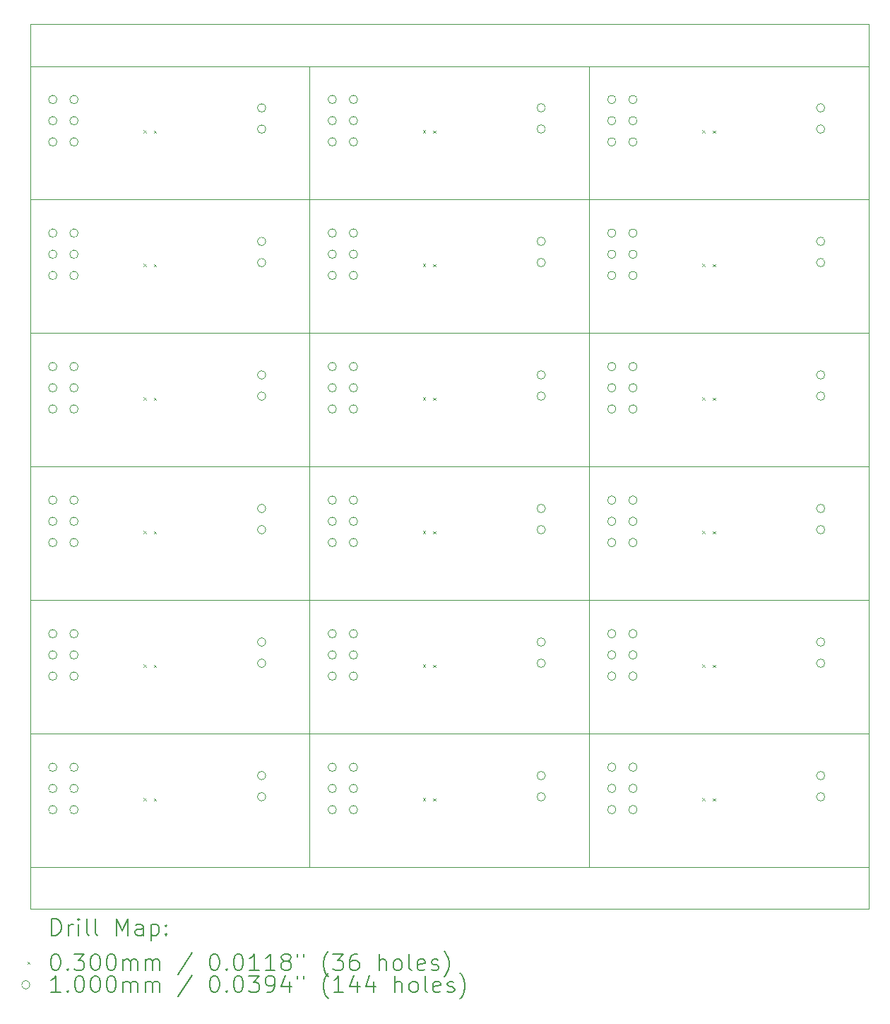
<source format=gbr>
%TF.GenerationSoftware,KiCad,Pcbnew,8.0.1*%
%TF.CreationDate,2024-04-28T15:40:54+08:00*%
%TF.ProjectId,pinban,70696e62-616e-42e6-9b69-6361645f7063,rev?*%
%TF.SameCoordinates,Original*%
%TF.FileFunction,Drillmap*%
%TF.FilePolarity,Positive*%
%FSLAX45Y45*%
G04 Gerber Fmt 4.5, Leading zero omitted, Abs format (unit mm)*
G04 Created by KiCad (PCBNEW 8.0.1) date 2024-04-28 15:40:54*
%MOMM*%
%LPD*%
G01*
G04 APERTURE LIST*
%ADD10C,0.050000*%
%ADD11C,0.200000*%
%ADD12C,0.100000*%
G04 APERTURE END LIST*
D10*
X6000000Y-12600000D02*
X16050000Y-12600000D01*
X16050000Y-13100000D01*
X6000000Y-13100000D01*
X6000000Y-12600000D01*
X6000000Y-2500000D02*
X16050000Y-2500000D01*
X16050000Y-3000000D01*
X6000000Y-3000000D01*
X6000000Y-2500000D01*
X12700000Y-11000000D02*
X16050000Y-11000000D01*
X16050000Y-12600000D01*
X12700000Y-12600000D01*
X12700000Y-11000000D01*
X9350000Y-11000000D02*
X12700000Y-11000000D01*
X12700000Y-12600000D01*
X9350000Y-12600000D01*
X9350000Y-11000000D01*
X6000000Y-11000000D02*
X9350000Y-11000000D01*
X9350000Y-12600000D01*
X6000000Y-12600000D01*
X6000000Y-11000000D01*
X12700000Y-9400000D02*
X16050000Y-9400000D01*
X16050000Y-11000000D01*
X12700000Y-11000000D01*
X12700000Y-9400000D01*
X9350000Y-9400000D02*
X12700000Y-9400000D01*
X12700000Y-11000000D01*
X9350000Y-11000000D01*
X9350000Y-9400000D01*
X6000000Y-9400000D02*
X9350000Y-9400000D01*
X9350000Y-11000000D01*
X6000000Y-11000000D01*
X6000000Y-9400000D01*
X12700000Y-7800000D02*
X16050000Y-7800000D01*
X16050000Y-9400000D01*
X12700000Y-9400000D01*
X12700000Y-7800000D01*
X9350000Y-7800000D02*
X12700000Y-7800000D01*
X12700000Y-9400000D01*
X9350000Y-9400000D01*
X9350000Y-7800000D01*
X6000000Y-7800000D02*
X9350000Y-7800000D01*
X9350000Y-9400000D01*
X6000000Y-9400000D01*
X6000000Y-7800000D01*
X12700000Y-6200000D02*
X16050000Y-6200000D01*
X16050000Y-7800000D01*
X12700000Y-7800000D01*
X12700000Y-6200000D01*
X9350000Y-6200000D02*
X12700000Y-6200000D01*
X12700000Y-7800000D01*
X9350000Y-7800000D01*
X9350000Y-6200000D01*
X6000000Y-6200000D02*
X9350000Y-6200000D01*
X9350000Y-7800000D01*
X6000000Y-7800000D01*
X6000000Y-6200000D01*
X12700000Y-4600000D02*
X16050000Y-4600000D01*
X16050000Y-6200000D01*
X12700000Y-6200000D01*
X12700000Y-4600000D01*
X9350000Y-4600000D02*
X12700000Y-4600000D01*
X12700000Y-6200000D01*
X9350000Y-6200000D01*
X9350000Y-4600000D01*
X6000000Y-4600000D02*
X9350000Y-4600000D01*
X9350000Y-6200000D01*
X6000000Y-6200000D01*
X6000000Y-4600000D01*
X12700000Y-3000000D02*
X16050000Y-3000000D01*
X16050000Y-4600000D01*
X12700000Y-4600000D01*
X12700000Y-3000000D01*
X9350000Y-3000000D02*
X12700000Y-3000000D01*
X12700000Y-4600000D01*
X9350000Y-4600000D01*
X9350000Y-3000000D01*
X6000000Y-3000000D02*
X9350000Y-3000000D01*
X9350000Y-4600000D01*
X6000000Y-4600000D01*
X6000000Y-3000000D01*
D11*
D12*
X7358327Y-3768467D02*
X7388327Y-3798467D01*
X7388327Y-3768467D02*
X7358327Y-3798467D01*
X7358327Y-5368468D02*
X7388327Y-5398468D01*
X7388327Y-5368468D02*
X7358327Y-5398468D01*
X7358327Y-6968467D02*
X7388327Y-6998467D01*
X7388327Y-6968467D02*
X7358327Y-6998467D01*
X7358327Y-8568468D02*
X7388327Y-8598468D01*
X7388327Y-8568468D02*
X7358327Y-8598468D01*
X7358327Y-10168468D02*
X7388327Y-10198468D01*
X7388327Y-10168468D02*
X7358327Y-10198468D01*
X7358327Y-11768467D02*
X7388327Y-11798467D01*
X7388327Y-11768467D02*
X7358327Y-11798467D01*
X7481678Y-3771870D02*
X7511678Y-3801870D01*
X7511678Y-3771870D02*
X7481678Y-3801870D01*
X7481678Y-5371870D02*
X7511678Y-5401870D01*
X7511678Y-5371870D02*
X7481678Y-5401870D01*
X7481678Y-6971870D02*
X7511678Y-7001870D01*
X7511678Y-6971870D02*
X7481678Y-7001870D01*
X7481678Y-8571870D02*
X7511678Y-8601870D01*
X7511678Y-8571870D02*
X7481678Y-8601870D01*
X7481678Y-10171870D02*
X7511678Y-10201870D01*
X7511678Y-10171870D02*
X7481678Y-10201870D01*
X7481678Y-11771870D02*
X7511678Y-11801870D01*
X7511678Y-11771870D02*
X7481678Y-11801870D01*
X10708327Y-3768467D02*
X10738327Y-3798467D01*
X10738327Y-3768467D02*
X10708327Y-3798467D01*
X10708327Y-5368468D02*
X10738327Y-5398468D01*
X10738327Y-5368468D02*
X10708327Y-5398468D01*
X10708327Y-6968467D02*
X10738327Y-6998467D01*
X10738327Y-6968467D02*
X10708327Y-6998467D01*
X10708327Y-8568468D02*
X10738327Y-8598468D01*
X10738327Y-8568468D02*
X10708327Y-8598468D01*
X10708327Y-10168468D02*
X10738327Y-10198468D01*
X10738327Y-10168468D02*
X10708327Y-10198468D01*
X10708327Y-11768467D02*
X10738327Y-11798467D01*
X10738327Y-11768467D02*
X10708327Y-11798467D01*
X10831678Y-3771870D02*
X10861678Y-3801870D01*
X10861678Y-3771870D02*
X10831678Y-3801870D01*
X10831678Y-5371870D02*
X10861678Y-5401870D01*
X10861678Y-5371870D02*
X10831678Y-5401870D01*
X10831678Y-6971870D02*
X10861678Y-7001870D01*
X10861678Y-6971870D02*
X10831678Y-7001870D01*
X10831678Y-8571870D02*
X10861678Y-8601870D01*
X10861678Y-8571870D02*
X10831678Y-8601870D01*
X10831678Y-10171870D02*
X10861678Y-10201870D01*
X10861678Y-10171870D02*
X10831678Y-10201870D01*
X10831678Y-11771870D02*
X10861678Y-11801870D01*
X10861678Y-11771870D02*
X10831678Y-11801870D01*
X14058327Y-3768467D02*
X14088327Y-3798467D01*
X14088327Y-3768467D02*
X14058327Y-3798467D01*
X14058327Y-5368468D02*
X14088327Y-5398468D01*
X14088327Y-5368468D02*
X14058327Y-5398468D01*
X14058327Y-6968467D02*
X14088327Y-6998467D01*
X14088327Y-6968467D02*
X14058327Y-6998467D01*
X14058327Y-8568468D02*
X14088327Y-8598468D01*
X14088327Y-8568468D02*
X14058327Y-8598468D01*
X14058327Y-10168468D02*
X14088327Y-10198468D01*
X14088327Y-10168468D02*
X14058327Y-10198468D01*
X14058327Y-11768467D02*
X14088327Y-11798467D01*
X14088327Y-11768467D02*
X14058327Y-11798467D01*
X14181678Y-3771870D02*
X14211678Y-3801870D01*
X14211678Y-3771870D02*
X14181678Y-3801870D01*
X14181678Y-5371870D02*
X14211678Y-5401870D01*
X14211678Y-5371870D02*
X14181678Y-5401870D01*
X14181678Y-6971870D02*
X14211678Y-7001870D01*
X14211678Y-6971870D02*
X14181678Y-7001870D01*
X14181678Y-8571870D02*
X14211678Y-8601870D01*
X14211678Y-8571870D02*
X14181678Y-8601870D01*
X14181678Y-10171870D02*
X14211678Y-10201870D01*
X14211678Y-10171870D02*
X14181678Y-10201870D01*
X14181678Y-11771870D02*
X14211678Y-11801870D01*
X14211678Y-11771870D02*
X14181678Y-11801870D01*
X6321000Y-3400000D02*
G75*
G02*
X6221000Y-3400000I-50000J0D01*
G01*
X6221000Y-3400000D02*
G75*
G02*
X6321000Y-3400000I50000J0D01*
G01*
X6321000Y-3654000D02*
G75*
G02*
X6221000Y-3654000I-50000J0D01*
G01*
X6221000Y-3654000D02*
G75*
G02*
X6321000Y-3654000I50000J0D01*
G01*
X6321000Y-3908000D02*
G75*
G02*
X6221000Y-3908000I-50000J0D01*
G01*
X6221000Y-3908000D02*
G75*
G02*
X6321000Y-3908000I50000J0D01*
G01*
X6321000Y-5000000D02*
G75*
G02*
X6221000Y-5000000I-50000J0D01*
G01*
X6221000Y-5000000D02*
G75*
G02*
X6321000Y-5000000I50000J0D01*
G01*
X6321000Y-5254000D02*
G75*
G02*
X6221000Y-5254000I-50000J0D01*
G01*
X6221000Y-5254000D02*
G75*
G02*
X6321000Y-5254000I50000J0D01*
G01*
X6321000Y-5508000D02*
G75*
G02*
X6221000Y-5508000I-50000J0D01*
G01*
X6221000Y-5508000D02*
G75*
G02*
X6321000Y-5508000I50000J0D01*
G01*
X6321000Y-6600000D02*
G75*
G02*
X6221000Y-6600000I-50000J0D01*
G01*
X6221000Y-6600000D02*
G75*
G02*
X6321000Y-6600000I50000J0D01*
G01*
X6321000Y-6854000D02*
G75*
G02*
X6221000Y-6854000I-50000J0D01*
G01*
X6221000Y-6854000D02*
G75*
G02*
X6321000Y-6854000I50000J0D01*
G01*
X6321000Y-7108000D02*
G75*
G02*
X6221000Y-7108000I-50000J0D01*
G01*
X6221000Y-7108000D02*
G75*
G02*
X6321000Y-7108000I50000J0D01*
G01*
X6321000Y-8200000D02*
G75*
G02*
X6221000Y-8200000I-50000J0D01*
G01*
X6221000Y-8200000D02*
G75*
G02*
X6321000Y-8200000I50000J0D01*
G01*
X6321000Y-8454000D02*
G75*
G02*
X6221000Y-8454000I-50000J0D01*
G01*
X6221000Y-8454000D02*
G75*
G02*
X6321000Y-8454000I50000J0D01*
G01*
X6321000Y-8708000D02*
G75*
G02*
X6221000Y-8708000I-50000J0D01*
G01*
X6221000Y-8708000D02*
G75*
G02*
X6321000Y-8708000I50000J0D01*
G01*
X6321000Y-9800000D02*
G75*
G02*
X6221000Y-9800000I-50000J0D01*
G01*
X6221000Y-9800000D02*
G75*
G02*
X6321000Y-9800000I50000J0D01*
G01*
X6321000Y-10054000D02*
G75*
G02*
X6221000Y-10054000I-50000J0D01*
G01*
X6221000Y-10054000D02*
G75*
G02*
X6321000Y-10054000I50000J0D01*
G01*
X6321000Y-10308000D02*
G75*
G02*
X6221000Y-10308000I-50000J0D01*
G01*
X6221000Y-10308000D02*
G75*
G02*
X6321000Y-10308000I50000J0D01*
G01*
X6321000Y-11400000D02*
G75*
G02*
X6221000Y-11400000I-50000J0D01*
G01*
X6221000Y-11400000D02*
G75*
G02*
X6321000Y-11400000I50000J0D01*
G01*
X6321000Y-11654000D02*
G75*
G02*
X6221000Y-11654000I-50000J0D01*
G01*
X6221000Y-11654000D02*
G75*
G02*
X6321000Y-11654000I50000J0D01*
G01*
X6321000Y-11908000D02*
G75*
G02*
X6221000Y-11908000I-50000J0D01*
G01*
X6221000Y-11908000D02*
G75*
G02*
X6321000Y-11908000I50000J0D01*
G01*
X6575000Y-3400000D02*
G75*
G02*
X6475000Y-3400000I-50000J0D01*
G01*
X6475000Y-3400000D02*
G75*
G02*
X6575000Y-3400000I50000J0D01*
G01*
X6575000Y-3654000D02*
G75*
G02*
X6475000Y-3654000I-50000J0D01*
G01*
X6475000Y-3654000D02*
G75*
G02*
X6575000Y-3654000I50000J0D01*
G01*
X6575000Y-3908000D02*
G75*
G02*
X6475000Y-3908000I-50000J0D01*
G01*
X6475000Y-3908000D02*
G75*
G02*
X6575000Y-3908000I50000J0D01*
G01*
X6575000Y-5000000D02*
G75*
G02*
X6475000Y-5000000I-50000J0D01*
G01*
X6475000Y-5000000D02*
G75*
G02*
X6575000Y-5000000I50000J0D01*
G01*
X6575000Y-5254000D02*
G75*
G02*
X6475000Y-5254000I-50000J0D01*
G01*
X6475000Y-5254000D02*
G75*
G02*
X6575000Y-5254000I50000J0D01*
G01*
X6575000Y-5508000D02*
G75*
G02*
X6475000Y-5508000I-50000J0D01*
G01*
X6475000Y-5508000D02*
G75*
G02*
X6575000Y-5508000I50000J0D01*
G01*
X6575000Y-6600000D02*
G75*
G02*
X6475000Y-6600000I-50000J0D01*
G01*
X6475000Y-6600000D02*
G75*
G02*
X6575000Y-6600000I50000J0D01*
G01*
X6575000Y-6854000D02*
G75*
G02*
X6475000Y-6854000I-50000J0D01*
G01*
X6475000Y-6854000D02*
G75*
G02*
X6575000Y-6854000I50000J0D01*
G01*
X6575000Y-7108000D02*
G75*
G02*
X6475000Y-7108000I-50000J0D01*
G01*
X6475000Y-7108000D02*
G75*
G02*
X6575000Y-7108000I50000J0D01*
G01*
X6575000Y-8200000D02*
G75*
G02*
X6475000Y-8200000I-50000J0D01*
G01*
X6475000Y-8200000D02*
G75*
G02*
X6575000Y-8200000I50000J0D01*
G01*
X6575000Y-8454000D02*
G75*
G02*
X6475000Y-8454000I-50000J0D01*
G01*
X6475000Y-8454000D02*
G75*
G02*
X6575000Y-8454000I50000J0D01*
G01*
X6575000Y-8708000D02*
G75*
G02*
X6475000Y-8708000I-50000J0D01*
G01*
X6475000Y-8708000D02*
G75*
G02*
X6575000Y-8708000I50000J0D01*
G01*
X6575000Y-9800000D02*
G75*
G02*
X6475000Y-9800000I-50000J0D01*
G01*
X6475000Y-9800000D02*
G75*
G02*
X6575000Y-9800000I50000J0D01*
G01*
X6575000Y-10054000D02*
G75*
G02*
X6475000Y-10054000I-50000J0D01*
G01*
X6475000Y-10054000D02*
G75*
G02*
X6575000Y-10054000I50000J0D01*
G01*
X6575000Y-10308000D02*
G75*
G02*
X6475000Y-10308000I-50000J0D01*
G01*
X6475000Y-10308000D02*
G75*
G02*
X6575000Y-10308000I50000J0D01*
G01*
X6575000Y-11400000D02*
G75*
G02*
X6475000Y-11400000I-50000J0D01*
G01*
X6475000Y-11400000D02*
G75*
G02*
X6575000Y-11400000I50000J0D01*
G01*
X6575000Y-11654000D02*
G75*
G02*
X6475000Y-11654000I-50000J0D01*
G01*
X6475000Y-11654000D02*
G75*
G02*
X6575000Y-11654000I50000J0D01*
G01*
X6575000Y-11908000D02*
G75*
G02*
X6475000Y-11908000I-50000J0D01*
G01*
X6475000Y-11908000D02*
G75*
G02*
X6575000Y-11908000I50000J0D01*
G01*
X8825000Y-3500000D02*
G75*
G02*
X8725000Y-3500000I-50000J0D01*
G01*
X8725000Y-3500000D02*
G75*
G02*
X8825000Y-3500000I50000J0D01*
G01*
X8825000Y-3754000D02*
G75*
G02*
X8725000Y-3754000I-50000J0D01*
G01*
X8725000Y-3754000D02*
G75*
G02*
X8825000Y-3754000I50000J0D01*
G01*
X8825000Y-5100000D02*
G75*
G02*
X8725000Y-5100000I-50000J0D01*
G01*
X8725000Y-5100000D02*
G75*
G02*
X8825000Y-5100000I50000J0D01*
G01*
X8825000Y-5354000D02*
G75*
G02*
X8725000Y-5354000I-50000J0D01*
G01*
X8725000Y-5354000D02*
G75*
G02*
X8825000Y-5354000I50000J0D01*
G01*
X8825000Y-6700000D02*
G75*
G02*
X8725000Y-6700000I-50000J0D01*
G01*
X8725000Y-6700000D02*
G75*
G02*
X8825000Y-6700000I50000J0D01*
G01*
X8825000Y-6954000D02*
G75*
G02*
X8725000Y-6954000I-50000J0D01*
G01*
X8725000Y-6954000D02*
G75*
G02*
X8825000Y-6954000I50000J0D01*
G01*
X8825000Y-8300000D02*
G75*
G02*
X8725000Y-8300000I-50000J0D01*
G01*
X8725000Y-8300000D02*
G75*
G02*
X8825000Y-8300000I50000J0D01*
G01*
X8825000Y-8554000D02*
G75*
G02*
X8725000Y-8554000I-50000J0D01*
G01*
X8725000Y-8554000D02*
G75*
G02*
X8825000Y-8554000I50000J0D01*
G01*
X8825000Y-9900000D02*
G75*
G02*
X8725000Y-9900000I-50000J0D01*
G01*
X8725000Y-9900000D02*
G75*
G02*
X8825000Y-9900000I50000J0D01*
G01*
X8825000Y-10154000D02*
G75*
G02*
X8725000Y-10154000I-50000J0D01*
G01*
X8725000Y-10154000D02*
G75*
G02*
X8825000Y-10154000I50000J0D01*
G01*
X8825000Y-11500000D02*
G75*
G02*
X8725000Y-11500000I-50000J0D01*
G01*
X8725000Y-11500000D02*
G75*
G02*
X8825000Y-11500000I50000J0D01*
G01*
X8825000Y-11754000D02*
G75*
G02*
X8725000Y-11754000I-50000J0D01*
G01*
X8725000Y-11754000D02*
G75*
G02*
X8825000Y-11754000I50000J0D01*
G01*
X9671000Y-3400000D02*
G75*
G02*
X9571000Y-3400000I-50000J0D01*
G01*
X9571000Y-3400000D02*
G75*
G02*
X9671000Y-3400000I50000J0D01*
G01*
X9671000Y-3654000D02*
G75*
G02*
X9571000Y-3654000I-50000J0D01*
G01*
X9571000Y-3654000D02*
G75*
G02*
X9671000Y-3654000I50000J0D01*
G01*
X9671000Y-3908000D02*
G75*
G02*
X9571000Y-3908000I-50000J0D01*
G01*
X9571000Y-3908000D02*
G75*
G02*
X9671000Y-3908000I50000J0D01*
G01*
X9671000Y-5000000D02*
G75*
G02*
X9571000Y-5000000I-50000J0D01*
G01*
X9571000Y-5000000D02*
G75*
G02*
X9671000Y-5000000I50000J0D01*
G01*
X9671000Y-5254000D02*
G75*
G02*
X9571000Y-5254000I-50000J0D01*
G01*
X9571000Y-5254000D02*
G75*
G02*
X9671000Y-5254000I50000J0D01*
G01*
X9671000Y-5508000D02*
G75*
G02*
X9571000Y-5508000I-50000J0D01*
G01*
X9571000Y-5508000D02*
G75*
G02*
X9671000Y-5508000I50000J0D01*
G01*
X9671000Y-6600000D02*
G75*
G02*
X9571000Y-6600000I-50000J0D01*
G01*
X9571000Y-6600000D02*
G75*
G02*
X9671000Y-6600000I50000J0D01*
G01*
X9671000Y-6854000D02*
G75*
G02*
X9571000Y-6854000I-50000J0D01*
G01*
X9571000Y-6854000D02*
G75*
G02*
X9671000Y-6854000I50000J0D01*
G01*
X9671000Y-7108000D02*
G75*
G02*
X9571000Y-7108000I-50000J0D01*
G01*
X9571000Y-7108000D02*
G75*
G02*
X9671000Y-7108000I50000J0D01*
G01*
X9671000Y-8200000D02*
G75*
G02*
X9571000Y-8200000I-50000J0D01*
G01*
X9571000Y-8200000D02*
G75*
G02*
X9671000Y-8200000I50000J0D01*
G01*
X9671000Y-8454000D02*
G75*
G02*
X9571000Y-8454000I-50000J0D01*
G01*
X9571000Y-8454000D02*
G75*
G02*
X9671000Y-8454000I50000J0D01*
G01*
X9671000Y-8708000D02*
G75*
G02*
X9571000Y-8708000I-50000J0D01*
G01*
X9571000Y-8708000D02*
G75*
G02*
X9671000Y-8708000I50000J0D01*
G01*
X9671000Y-9800000D02*
G75*
G02*
X9571000Y-9800000I-50000J0D01*
G01*
X9571000Y-9800000D02*
G75*
G02*
X9671000Y-9800000I50000J0D01*
G01*
X9671000Y-10054000D02*
G75*
G02*
X9571000Y-10054000I-50000J0D01*
G01*
X9571000Y-10054000D02*
G75*
G02*
X9671000Y-10054000I50000J0D01*
G01*
X9671000Y-10308000D02*
G75*
G02*
X9571000Y-10308000I-50000J0D01*
G01*
X9571000Y-10308000D02*
G75*
G02*
X9671000Y-10308000I50000J0D01*
G01*
X9671000Y-11400000D02*
G75*
G02*
X9571000Y-11400000I-50000J0D01*
G01*
X9571000Y-11400000D02*
G75*
G02*
X9671000Y-11400000I50000J0D01*
G01*
X9671000Y-11654000D02*
G75*
G02*
X9571000Y-11654000I-50000J0D01*
G01*
X9571000Y-11654000D02*
G75*
G02*
X9671000Y-11654000I50000J0D01*
G01*
X9671000Y-11908000D02*
G75*
G02*
X9571000Y-11908000I-50000J0D01*
G01*
X9571000Y-11908000D02*
G75*
G02*
X9671000Y-11908000I50000J0D01*
G01*
X9925000Y-3400000D02*
G75*
G02*
X9825000Y-3400000I-50000J0D01*
G01*
X9825000Y-3400000D02*
G75*
G02*
X9925000Y-3400000I50000J0D01*
G01*
X9925000Y-3654000D02*
G75*
G02*
X9825000Y-3654000I-50000J0D01*
G01*
X9825000Y-3654000D02*
G75*
G02*
X9925000Y-3654000I50000J0D01*
G01*
X9925000Y-3908000D02*
G75*
G02*
X9825000Y-3908000I-50000J0D01*
G01*
X9825000Y-3908000D02*
G75*
G02*
X9925000Y-3908000I50000J0D01*
G01*
X9925000Y-5000000D02*
G75*
G02*
X9825000Y-5000000I-50000J0D01*
G01*
X9825000Y-5000000D02*
G75*
G02*
X9925000Y-5000000I50000J0D01*
G01*
X9925000Y-5254000D02*
G75*
G02*
X9825000Y-5254000I-50000J0D01*
G01*
X9825000Y-5254000D02*
G75*
G02*
X9925000Y-5254000I50000J0D01*
G01*
X9925000Y-5508000D02*
G75*
G02*
X9825000Y-5508000I-50000J0D01*
G01*
X9825000Y-5508000D02*
G75*
G02*
X9925000Y-5508000I50000J0D01*
G01*
X9925000Y-6600000D02*
G75*
G02*
X9825000Y-6600000I-50000J0D01*
G01*
X9825000Y-6600000D02*
G75*
G02*
X9925000Y-6600000I50000J0D01*
G01*
X9925000Y-6854000D02*
G75*
G02*
X9825000Y-6854000I-50000J0D01*
G01*
X9825000Y-6854000D02*
G75*
G02*
X9925000Y-6854000I50000J0D01*
G01*
X9925000Y-7108000D02*
G75*
G02*
X9825000Y-7108000I-50000J0D01*
G01*
X9825000Y-7108000D02*
G75*
G02*
X9925000Y-7108000I50000J0D01*
G01*
X9925000Y-8200000D02*
G75*
G02*
X9825000Y-8200000I-50000J0D01*
G01*
X9825000Y-8200000D02*
G75*
G02*
X9925000Y-8200000I50000J0D01*
G01*
X9925000Y-8454000D02*
G75*
G02*
X9825000Y-8454000I-50000J0D01*
G01*
X9825000Y-8454000D02*
G75*
G02*
X9925000Y-8454000I50000J0D01*
G01*
X9925000Y-8708000D02*
G75*
G02*
X9825000Y-8708000I-50000J0D01*
G01*
X9825000Y-8708000D02*
G75*
G02*
X9925000Y-8708000I50000J0D01*
G01*
X9925000Y-9800000D02*
G75*
G02*
X9825000Y-9800000I-50000J0D01*
G01*
X9825000Y-9800000D02*
G75*
G02*
X9925000Y-9800000I50000J0D01*
G01*
X9925000Y-10054000D02*
G75*
G02*
X9825000Y-10054000I-50000J0D01*
G01*
X9825000Y-10054000D02*
G75*
G02*
X9925000Y-10054000I50000J0D01*
G01*
X9925000Y-10308000D02*
G75*
G02*
X9825000Y-10308000I-50000J0D01*
G01*
X9825000Y-10308000D02*
G75*
G02*
X9925000Y-10308000I50000J0D01*
G01*
X9925000Y-11400000D02*
G75*
G02*
X9825000Y-11400000I-50000J0D01*
G01*
X9825000Y-11400000D02*
G75*
G02*
X9925000Y-11400000I50000J0D01*
G01*
X9925000Y-11654000D02*
G75*
G02*
X9825000Y-11654000I-50000J0D01*
G01*
X9825000Y-11654000D02*
G75*
G02*
X9925000Y-11654000I50000J0D01*
G01*
X9925000Y-11908000D02*
G75*
G02*
X9825000Y-11908000I-50000J0D01*
G01*
X9825000Y-11908000D02*
G75*
G02*
X9925000Y-11908000I50000J0D01*
G01*
X12175000Y-3500000D02*
G75*
G02*
X12075000Y-3500000I-50000J0D01*
G01*
X12075000Y-3500000D02*
G75*
G02*
X12175000Y-3500000I50000J0D01*
G01*
X12175000Y-3754000D02*
G75*
G02*
X12075000Y-3754000I-50000J0D01*
G01*
X12075000Y-3754000D02*
G75*
G02*
X12175000Y-3754000I50000J0D01*
G01*
X12175000Y-5100000D02*
G75*
G02*
X12075000Y-5100000I-50000J0D01*
G01*
X12075000Y-5100000D02*
G75*
G02*
X12175000Y-5100000I50000J0D01*
G01*
X12175000Y-5354000D02*
G75*
G02*
X12075000Y-5354000I-50000J0D01*
G01*
X12075000Y-5354000D02*
G75*
G02*
X12175000Y-5354000I50000J0D01*
G01*
X12175000Y-6700000D02*
G75*
G02*
X12075000Y-6700000I-50000J0D01*
G01*
X12075000Y-6700000D02*
G75*
G02*
X12175000Y-6700000I50000J0D01*
G01*
X12175000Y-6954000D02*
G75*
G02*
X12075000Y-6954000I-50000J0D01*
G01*
X12075000Y-6954000D02*
G75*
G02*
X12175000Y-6954000I50000J0D01*
G01*
X12175000Y-8300000D02*
G75*
G02*
X12075000Y-8300000I-50000J0D01*
G01*
X12075000Y-8300000D02*
G75*
G02*
X12175000Y-8300000I50000J0D01*
G01*
X12175000Y-8554000D02*
G75*
G02*
X12075000Y-8554000I-50000J0D01*
G01*
X12075000Y-8554000D02*
G75*
G02*
X12175000Y-8554000I50000J0D01*
G01*
X12175000Y-9900000D02*
G75*
G02*
X12075000Y-9900000I-50000J0D01*
G01*
X12075000Y-9900000D02*
G75*
G02*
X12175000Y-9900000I50000J0D01*
G01*
X12175000Y-10154000D02*
G75*
G02*
X12075000Y-10154000I-50000J0D01*
G01*
X12075000Y-10154000D02*
G75*
G02*
X12175000Y-10154000I50000J0D01*
G01*
X12175000Y-11500000D02*
G75*
G02*
X12075000Y-11500000I-50000J0D01*
G01*
X12075000Y-11500000D02*
G75*
G02*
X12175000Y-11500000I50000J0D01*
G01*
X12175000Y-11754000D02*
G75*
G02*
X12075000Y-11754000I-50000J0D01*
G01*
X12075000Y-11754000D02*
G75*
G02*
X12175000Y-11754000I50000J0D01*
G01*
X13021000Y-3400000D02*
G75*
G02*
X12921000Y-3400000I-50000J0D01*
G01*
X12921000Y-3400000D02*
G75*
G02*
X13021000Y-3400000I50000J0D01*
G01*
X13021000Y-3654000D02*
G75*
G02*
X12921000Y-3654000I-50000J0D01*
G01*
X12921000Y-3654000D02*
G75*
G02*
X13021000Y-3654000I50000J0D01*
G01*
X13021000Y-3908000D02*
G75*
G02*
X12921000Y-3908000I-50000J0D01*
G01*
X12921000Y-3908000D02*
G75*
G02*
X13021000Y-3908000I50000J0D01*
G01*
X13021000Y-5000000D02*
G75*
G02*
X12921000Y-5000000I-50000J0D01*
G01*
X12921000Y-5000000D02*
G75*
G02*
X13021000Y-5000000I50000J0D01*
G01*
X13021000Y-5254000D02*
G75*
G02*
X12921000Y-5254000I-50000J0D01*
G01*
X12921000Y-5254000D02*
G75*
G02*
X13021000Y-5254000I50000J0D01*
G01*
X13021000Y-5508000D02*
G75*
G02*
X12921000Y-5508000I-50000J0D01*
G01*
X12921000Y-5508000D02*
G75*
G02*
X13021000Y-5508000I50000J0D01*
G01*
X13021000Y-6600000D02*
G75*
G02*
X12921000Y-6600000I-50000J0D01*
G01*
X12921000Y-6600000D02*
G75*
G02*
X13021000Y-6600000I50000J0D01*
G01*
X13021000Y-6854000D02*
G75*
G02*
X12921000Y-6854000I-50000J0D01*
G01*
X12921000Y-6854000D02*
G75*
G02*
X13021000Y-6854000I50000J0D01*
G01*
X13021000Y-7108000D02*
G75*
G02*
X12921000Y-7108000I-50000J0D01*
G01*
X12921000Y-7108000D02*
G75*
G02*
X13021000Y-7108000I50000J0D01*
G01*
X13021000Y-8200000D02*
G75*
G02*
X12921000Y-8200000I-50000J0D01*
G01*
X12921000Y-8200000D02*
G75*
G02*
X13021000Y-8200000I50000J0D01*
G01*
X13021000Y-8454000D02*
G75*
G02*
X12921000Y-8454000I-50000J0D01*
G01*
X12921000Y-8454000D02*
G75*
G02*
X13021000Y-8454000I50000J0D01*
G01*
X13021000Y-8708000D02*
G75*
G02*
X12921000Y-8708000I-50000J0D01*
G01*
X12921000Y-8708000D02*
G75*
G02*
X13021000Y-8708000I50000J0D01*
G01*
X13021000Y-9800000D02*
G75*
G02*
X12921000Y-9800000I-50000J0D01*
G01*
X12921000Y-9800000D02*
G75*
G02*
X13021000Y-9800000I50000J0D01*
G01*
X13021000Y-10054000D02*
G75*
G02*
X12921000Y-10054000I-50000J0D01*
G01*
X12921000Y-10054000D02*
G75*
G02*
X13021000Y-10054000I50000J0D01*
G01*
X13021000Y-10308000D02*
G75*
G02*
X12921000Y-10308000I-50000J0D01*
G01*
X12921000Y-10308000D02*
G75*
G02*
X13021000Y-10308000I50000J0D01*
G01*
X13021000Y-11400000D02*
G75*
G02*
X12921000Y-11400000I-50000J0D01*
G01*
X12921000Y-11400000D02*
G75*
G02*
X13021000Y-11400000I50000J0D01*
G01*
X13021000Y-11654000D02*
G75*
G02*
X12921000Y-11654000I-50000J0D01*
G01*
X12921000Y-11654000D02*
G75*
G02*
X13021000Y-11654000I50000J0D01*
G01*
X13021000Y-11908000D02*
G75*
G02*
X12921000Y-11908000I-50000J0D01*
G01*
X12921000Y-11908000D02*
G75*
G02*
X13021000Y-11908000I50000J0D01*
G01*
X13275000Y-3400000D02*
G75*
G02*
X13175000Y-3400000I-50000J0D01*
G01*
X13175000Y-3400000D02*
G75*
G02*
X13275000Y-3400000I50000J0D01*
G01*
X13275000Y-3654000D02*
G75*
G02*
X13175000Y-3654000I-50000J0D01*
G01*
X13175000Y-3654000D02*
G75*
G02*
X13275000Y-3654000I50000J0D01*
G01*
X13275000Y-3908000D02*
G75*
G02*
X13175000Y-3908000I-50000J0D01*
G01*
X13175000Y-3908000D02*
G75*
G02*
X13275000Y-3908000I50000J0D01*
G01*
X13275000Y-5000000D02*
G75*
G02*
X13175000Y-5000000I-50000J0D01*
G01*
X13175000Y-5000000D02*
G75*
G02*
X13275000Y-5000000I50000J0D01*
G01*
X13275000Y-5254000D02*
G75*
G02*
X13175000Y-5254000I-50000J0D01*
G01*
X13175000Y-5254000D02*
G75*
G02*
X13275000Y-5254000I50000J0D01*
G01*
X13275000Y-5508000D02*
G75*
G02*
X13175000Y-5508000I-50000J0D01*
G01*
X13175000Y-5508000D02*
G75*
G02*
X13275000Y-5508000I50000J0D01*
G01*
X13275000Y-6600000D02*
G75*
G02*
X13175000Y-6600000I-50000J0D01*
G01*
X13175000Y-6600000D02*
G75*
G02*
X13275000Y-6600000I50000J0D01*
G01*
X13275000Y-6854000D02*
G75*
G02*
X13175000Y-6854000I-50000J0D01*
G01*
X13175000Y-6854000D02*
G75*
G02*
X13275000Y-6854000I50000J0D01*
G01*
X13275000Y-7108000D02*
G75*
G02*
X13175000Y-7108000I-50000J0D01*
G01*
X13175000Y-7108000D02*
G75*
G02*
X13275000Y-7108000I50000J0D01*
G01*
X13275000Y-8200000D02*
G75*
G02*
X13175000Y-8200000I-50000J0D01*
G01*
X13175000Y-8200000D02*
G75*
G02*
X13275000Y-8200000I50000J0D01*
G01*
X13275000Y-8454000D02*
G75*
G02*
X13175000Y-8454000I-50000J0D01*
G01*
X13175000Y-8454000D02*
G75*
G02*
X13275000Y-8454000I50000J0D01*
G01*
X13275000Y-8708000D02*
G75*
G02*
X13175000Y-8708000I-50000J0D01*
G01*
X13175000Y-8708000D02*
G75*
G02*
X13275000Y-8708000I50000J0D01*
G01*
X13275000Y-9800000D02*
G75*
G02*
X13175000Y-9800000I-50000J0D01*
G01*
X13175000Y-9800000D02*
G75*
G02*
X13275000Y-9800000I50000J0D01*
G01*
X13275000Y-10054000D02*
G75*
G02*
X13175000Y-10054000I-50000J0D01*
G01*
X13175000Y-10054000D02*
G75*
G02*
X13275000Y-10054000I50000J0D01*
G01*
X13275000Y-10308000D02*
G75*
G02*
X13175000Y-10308000I-50000J0D01*
G01*
X13175000Y-10308000D02*
G75*
G02*
X13275000Y-10308000I50000J0D01*
G01*
X13275000Y-11400000D02*
G75*
G02*
X13175000Y-11400000I-50000J0D01*
G01*
X13175000Y-11400000D02*
G75*
G02*
X13275000Y-11400000I50000J0D01*
G01*
X13275000Y-11654000D02*
G75*
G02*
X13175000Y-11654000I-50000J0D01*
G01*
X13175000Y-11654000D02*
G75*
G02*
X13275000Y-11654000I50000J0D01*
G01*
X13275000Y-11908000D02*
G75*
G02*
X13175000Y-11908000I-50000J0D01*
G01*
X13175000Y-11908000D02*
G75*
G02*
X13275000Y-11908000I50000J0D01*
G01*
X15525000Y-3500000D02*
G75*
G02*
X15425000Y-3500000I-50000J0D01*
G01*
X15425000Y-3500000D02*
G75*
G02*
X15525000Y-3500000I50000J0D01*
G01*
X15525000Y-3754000D02*
G75*
G02*
X15425000Y-3754000I-50000J0D01*
G01*
X15425000Y-3754000D02*
G75*
G02*
X15525000Y-3754000I50000J0D01*
G01*
X15525000Y-5100000D02*
G75*
G02*
X15425000Y-5100000I-50000J0D01*
G01*
X15425000Y-5100000D02*
G75*
G02*
X15525000Y-5100000I50000J0D01*
G01*
X15525000Y-5354000D02*
G75*
G02*
X15425000Y-5354000I-50000J0D01*
G01*
X15425000Y-5354000D02*
G75*
G02*
X15525000Y-5354000I50000J0D01*
G01*
X15525000Y-6700000D02*
G75*
G02*
X15425000Y-6700000I-50000J0D01*
G01*
X15425000Y-6700000D02*
G75*
G02*
X15525000Y-6700000I50000J0D01*
G01*
X15525000Y-6954000D02*
G75*
G02*
X15425000Y-6954000I-50000J0D01*
G01*
X15425000Y-6954000D02*
G75*
G02*
X15525000Y-6954000I50000J0D01*
G01*
X15525000Y-8300000D02*
G75*
G02*
X15425000Y-8300000I-50000J0D01*
G01*
X15425000Y-8300000D02*
G75*
G02*
X15525000Y-8300000I50000J0D01*
G01*
X15525000Y-8554000D02*
G75*
G02*
X15425000Y-8554000I-50000J0D01*
G01*
X15425000Y-8554000D02*
G75*
G02*
X15525000Y-8554000I50000J0D01*
G01*
X15525000Y-9900000D02*
G75*
G02*
X15425000Y-9900000I-50000J0D01*
G01*
X15425000Y-9900000D02*
G75*
G02*
X15525000Y-9900000I50000J0D01*
G01*
X15525000Y-10154000D02*
G75*
G02*
X15425000Y-10154000I-50000J0D01*
G01*
X15425000Y-10154000D02*
G75*
G02*
X15525000Y-10154000I50000J0D01*
G01*
X15525000Y-11500000D02*
G75*
G02*
X15425000Y-11500000I-50000J0D01*
G01*
X15425000Y-11500000D02*
G75*
G02*
X15525000Y-11500000I50000J0D01*
G01*
X15525000Y-11754000D02*
G75*
G02*
X15425000Y-11754000I-50000J0D01*
G01*
X15425000Y-11754000D02*
G75*
G02*
X15525000Y-11754000I50000J0D01*
G01*
D11*
X6258277Y-13413984D02*
X6258277Y-13213984D01*
X6258277Y-13213984D02*
X6305896Y-13213984D01*
X6305896Y-13213984D02*
X6334467Y-13223508D01*
X6334467Y-13223508D02*
X6353515Y-13242555D01*
X6353515Y-13242555D02*
X6363039Y-13261603D01*
X6363039Y-13261603D02*
X6372562Y-13299698D01*
X6372562Y-13299698D02*
X6372562Y-13328269D01*
X6372562Y-13328269D02*
X6363039Y-13366365D01*
X6363039Y-13366365D02*
X6353515Y-13385412D01*
X6353515Y-13385412D02*
X6334467Y-13404460D01*
X6334467Y-13404460D02*
X6305896Y-13413984D01*
X6305896Y-13413984D02*
X6258277Y-13413984D01*
X6458277Y-13413984D02*
X6458277Y-13280650D01*
X6458277Y-13318746D02*
X6467801Y-13299698D01*
X6467801Y-13299698D02*
X6477324Y-13290174D01*
X6477324Y-13290174D02*
X6496372Y-13280650D01*
X6496372Y-13280650D02*
X6515420Y-13280650D01*
X6582086Y-13413984D02*
X6582086Y-13280650D01*
X6582086Y-13213984D02*
X6572562Y-13223508D01*
X6572562Y-13223508D02*
X6582086Y-13233031D01*
X6582086Y-13233031D02*
X6591610Y-13223508D01*
X6591610Y-13223508D02*
X6582086Y-13213984D01*
X6582086Y-13213984D02*
X6582086Y-13233031D01*
X6705896Y-13413984D02*
X6686848Y-13404460D01*
X6686848Y-13404460D02*
X6677324Y-13385412D01*
X6677324Y-13385412D02*
X6677324Y-13213984D01*
X6810658Y-13413984D02*
X6791610Y-13404460D01*
X6791610Y-13404460D02*
X6782086Y-13385412D01*
X6782086Y-13385412D02*
X6782086Y-13213984D01*
X7039229Y-13413984D02*
X7039229Y-13213984D01*
X7039229Y-13213984D02*
X7105896Y-13356841D01*
X7105896Y-13356841D02*
X7172562Y-13213984D01*
X7172562Y-13213984D02*
X7172562Y-13413984D01*
X7353515Y-13413984D02*
X7353515Y-13309222D01*
X7353515Y-13309222D02*
X7343991Y-13290174D01*
X7343991Y-13290174D02*
X7324943Y-13280650D01*
X7324943Y-13280650D02*
X7286848Y-13280650D01*
X7286848Y-13280650D02*
X7267801Y-13290174D01*
X7353515Y-13404460D02*
X7334467Y-13413984D01*
X7334467Y-13413984D02*
X7286848Y-13413984D01*
X7286848Y-13413984D02*
X7267801Y-13404460D01*
X7267801Y-13404460D02*
X7258277Y-13385412D01*
X7258277Y-13385412D02*
X7258277Y-13366365D01*
X7258277Y-13366365D02*
X7267801Y-13347317D01*
X7267801Y-13347317D02*
X7286848Y-13337793D01*
X7286848Y-13337793D02*
X7334467Y-13337793D01*
X7334467Y-13337793D02*
X7353515Y-13328269D01*
X7448753Y-13280650D02*
X7448753Y-13480650D01*
X7448753Y-13290174D02*
X7467801Y-13280650D01*
X7467801Y-13280650D02*
X7505896Y-13280650D01*
X7505896Y-13280650D02*
X7524943Y-13290174D01*
X7524943Y-13290174D02*
X7534467Y-13299698D01*
X7534467Y-13299698D02*
X7543991Y-13318746D01*
X7543991Y-13318746D02*
X7543991Y-13375888D01*
X7543991Y-13375888D02*
X7534467Y-13394936D01*
X7534467Y-13394936D02*
X7524943Y-13404460D01*
X7524943Y-13404460D02*
X7505896Y-13413984D01*
X7505896Y-13413984D02*
X7467801Y-13413984D01*
X7467801Y-13413984D02*
X7448753Y-13404460D01*
X7629705Y-13394936D02*
X7639229Y-13404460D01*
X7639229Y-13404460D02*
X7629705Y-13413984D01*
X7629705Y-13413984D02*
X7620182Y-13404460D01*
X7620182Y-13404460D02*
X7629705Y-13394936D01*
X7629705Y-13394936D02*
X7629705Y-13413984D01*
X7629705Y-13290174D02*
X7639229Y-13299698D01*
X7639229Y-13299698D02*
X7629705Y-13309222D01*
X7629705Y-13309222D02*
X7620182Y-13299698D01*
X7620182Y-13299698D02*
X7629705Y-13290174D01*
X7629705Y-13290174D02*
X7629705Y-13309222D01*
D12*
X5967500Y-13727500D02*
X5997500Y-13757500D01*
X5997500Y-13727500D02*
X5967500Y-13757500D01*
D11*
X6296372Y-13633984D02*
X6315420Y-13633984D01*
X6315420Y-13633984D02*
X6334467Y-13643508D01*
X6334467Y-13643508D02*
X6343991Y-13653031D01*
X6343991Y-13653031D02*
X6353515Y-13672079D01*
X6353515Y-13672079D02*
X6363039Y-13710174D01*
X6363039Y-13710174D02*
X6363039Y-13757793D01*
X6363039Y-13757793D02*
X6353515Y-13795888D01*
X6353515Y-13795888D02*
X6343991Y-13814936D01*
X6343991Y-13814936D02*
X6334467Y-13824460D01*
X6334467Y-13824460D02*
X6315420Y-13833984D01*
X6315420Y-13833984D02*
X6296372Y-13833984D01*
X6296372Y-13833984D02*
X6277324Y-13824460D01*
X6277324Y-13824460D02*
X6267801Y-13814936D01*
X6267801Y-13814936D02*
X6258277Y-13795888D01*
X6258277Y-13795888D02*
X6248753Y-13757793D01*
X6248753Y-13757793D02*
X6248753Y-13710174D01*
X6248753Y-13710174D02*
X6258277Y-13672079D01*
X6258277Y-13672079D02*
X6267801Y-13653031D01*
X6267801Y-13653031D02*
X6277324Y-13643508D01*
X6277324Y-13643508D02*
X6296372Y-13633984D01*
X6448753Y-13814936D02*
X6458277Y-13824460D01*
X6458277Y-13824460D02*
X6448753Y-13833984D01*
X6448753Y-13833984D02*
X6439229Y-13824460D01*
X6439229Y-13824460D02*
X6448753Y-13814936D01*
X6448753Y-13814936D02*
X6448753Y-13833984D01*
X6524943Y-13633984D02*
X6648753Y-13633984D01*
X6648753Y-13633984D02*
X6582086Y-13710174D01*
X6582086Y-13710174D02*
X6610658Y-13710174D01*
X6610658Y-13710174D02*
X6629705Y-13719698D01*
X6629705Y-13719698D02*
X6639229Y-13729222D01*
X6639229Y-13729222D02*
X6648753Y-13748269D01*
X6648753Y-13748269D02*
X6648753Y-13795888D01*
X6648753Y-13795888D02*
X6639229Y-13814936D01*
X6639229Y-13814936D02*
X6629705Y-13824460D01*
X6629705Y-13824460D02*
X6610658Y-13833984D01*
X6610658Y-13833984D02*
X6553515Y-13833984D01*
X6553515Y-13833984D02*
X6534467Y-13824460D01*
X6534467Y-13824460D02*
X6524943Y-13814936D01*
X6772562Y-13633984D02*
X6791610Y-13633984D01*
X6791610Y-13633984D02*
X6810658Y-13643508D01*
X6810658Y-13643508D02*
X6820182Y-13653031D01*
X6820182Y-13653031D02*
X6829705Y-13672079D01*
X6829705Y-13672079D02*
X6839229Y-13710174D01*
X6839229Y-13710174D02*
X6839229Y-13757793D01*
X6839229Y-13757793D02*
X6829705Y-13795888D01*
X6829705Y-13795888D02*
X6820182Y-13814936D01*
X6820182Y-13814936D02*
X6810658Y-13824460D01*
X6810658Y-13824460D02*
X6791610Y-13833984D01*
X6791610Y-13833984D02*
X6772562Y-13833984D01*
X6772562Y-13833984D02*
X6753515Y-13824460D01*
X6753515Y-13824460D02*
X6743991Y-13814936D01*
X6743991Y-13814936D02*
X6734467Y-13795888D01*
X6734467Y-13795888D02*
X6724943Y-13757793D01*
X6724943Y-13757793D02*
X6724943Y-13710174D01*
X6724943Y-13710174D02*
X6734467Y-13672079D01*
X6734467Y-13672079D02*
X6743991Y-13653031D01*
X6743991Y-13653031D02*
X6753515Y-13643508D01*
X6753515Y-13643508D02*
X6772562Y-13633984D01*
X6963039Y-13633984D02*
X6982086Y-13633984D01*
X6982086Y-13633984D02*
X7001134Y-13643508D01*
X7001134Y-13643508D02*
X7010658Y-13653031D01*
X7010658Y-13653031D02*
X7020182Y-13672079D01*
X7020182Y-13672079D02*
X7029705Y-13710174D01*
X7029705Y-13710174D02*
X7029705Y-13757793D01*
X7029705Y-13757793D02*
X7020182Y-13795888D01*
X7020182Y-13795888D02*
X7010658Y-13814936D01*
X7010658Y-13814936D02*
X7001134Y-13824460D01*
X7001134Y-13824460D02*
X6982086Y-13833984D01*
X6982086Y-13833984D02*
X6963039Y-13833984D01*
X6963039Y-13833984D02*
X6943991Y-13824460D01*
X6943991Y-13824460D02*
X6934467Y-13814936D01*
X6934467Y-13814936D02*
X6924943Y-13795888D01*
X6924943Y-13795888D02*
X6915420Y-13757793D01*
X6915420Y-13757793D02*
X6915420Y-13710174D01*
X6915420Y-13710174D02*
X6924943Y-13672079D01*
X6924943Y-13672079D02*
X6934467Y-13653031D01*
X6934467Y-13653031D02*
X6943991Y-13643508D01*
X6943991Y-13643508D02*
X6963039Y-13633984D01*
X7115420Y-13833984D02*
X7115420Y-13700650D01*
X7115420Y-13719698D02*
X7124943Y-13710174D01*
X7124943Y-13710174D02*
X7143991Y-13700650D01*
X7143991Y-13700650D02*
X7172563Y-13700650D01*
X7172563Y-13700650D02*
X7191610Y-13710174D01*
X7191610Y-13710174D02*
X7201134Y-13729222D01*
X7201134Y-13729222D02*
X7201134Y-13833984D01*
X7201134Y-13729222D02*
X7210658Y-13710174D01*
X7210658Y-13710174D02*
X7229705Y-13700650D01*
X7229705Y-13700650D02*
X7258277Y-13700650D01*
X7258277Y-13700650D02*
X7277324Y-13710174D01*
X7277324Y-13710174D02*
X7286848Y-13729222D01*
X7286848Y-13729222D02*
X7286848Y-13833984D01*
X7382086Y-13833984D02*
X7382086Y-13700650D01*
X7382086Y-13719698D02*
X7391610Y-13710174D01*
X7391610Y-13710174D02*
X7410658Y-13700650D01*
X7410658Y-13700650D02*
X7439229Y-13700650D01*
X7439229Y-13700650D02*
X7458277Y-13710174D01*
X7458277Y-13710174D02*
X7467801Y-13729222D01*
X7467801Y-13729222D02*
X7467801Y-13833984D01*
X7467801Y-13729222D02*
X7477324Y-13710174D01*
X7477324Y-13710174D02*
X7496372Y-13700650D01*
X7496372Y-13700650D02*
X7524943Y-13700650D01*
X7524943Y-13700650D02*
X7543991Y-13710174D01*
X7543991Y-13710174D02*
X7553515Y-13729222D01*
X7553515Y-13729222D02*
X7553515Y-13833984D01*
X7943991Y-13624460D02*
X7772563Y-13881603D01*
X8201134Y-13633984D02*
X8220182Y-13633984D01*
X8220182Y-13633984D02*
X8239229Y-13643508D01*
X8239229Y-13643508D02*
X8248753Y-13653031D01*
X8248753Y-13653031D02*
X8258277Y-13672079D01*
X8258277Y-13672079D02*
X8267801Y-13710174D01*
X8267801Y-13710174D02*
X8267801Y-13757793D01*
X8267801Y-13757793D02*
X8258277Y-13795888D01*
X8258277Y-13795888D02*
X8248753Y-13814936D01*
X8248753Y-13814936D02*
X8239229Y-13824460D01*
X8239229Y-13824460D02*
X8220182Y-13833984D01*
X8220182Y-13833984D02*
X8201134Y-13833984D01*
X8201134Y-13833984D02*
X8182086Y-13824460D01*
X8182086Y-13824460D02*
X8172563Y-13814936D01*
X8172563Y-13814936D02*
X8163039Y-13795888D01*
X8163039Y-13795888D02*
X8153515Y-13757793D01*
X8153515Y-13757793D02*
X8153515Y-13710174D01*
X8153515Y-13710174D02*
X8163039Y-13672079D01*
X8163039Y-13672079D02*
X8172563Y-13653031D01*
X8172563Y-13653031D02*
X8182086Y-13643508D01*
X8182086Y-13643508D02*
X8201134Y-13633984D01*
X8353515Y-13814936D02*
X8363039Y-13824460D01*
X8363039Y-13824460D02*
X8353515Y-13833984D01*
X8353515Y-13833984D02*
X8343991Y-13824460D01*
X8343991Y-13824460D02*
X8353515Y-13814936D01*
X8353515Y-13814936D02*
X8353515Y-13833984D01*
X8486848Y-13633984D02*
X8505896Y-13633984D01*
X8505896Y-13633984D02*
X8524944Y-13643508D01*
X8524944Y-13643508D02*
X8534468Y-13653031D01*
X8534468Y-13653031D02*
X8543991Y-13672079D01*
X8543991Y-13672079D02*
X8553515Y-13710174D01*
X8553515Y-13710174D02*
X8553515Y-13757793D01*
X8553515Y-13757793D02*
X8543991Y-13795888D01*
X8543991Y-13795888D02*
X8534468Y-13814936D01*
X8534468Y-13814936D02*
X8524944Y-13824460D01*
X8524944Y-13824460D02*
X8505896Y-13833984D01*
X8505896Y-13833984D02*
X8486848Y-13833984D01*
X8486848Y-13833984D02*
X8467801Y-13824460D01*
X8467801Y-13824460D02*
X8458277Y-13814936D01*
X8458277Y-13814936D02*
X8448753Y-13795888D01*
X8448753Y-13795888D02*
X8439229Y-13757793D01*
X8439229Y-13757793D02*
X8439229Y-13710174D01*
X8439229Y-13710174D02*
X8448753Y-13672079D01*
X8448753Y-13672079D02*
X8458277Y-13653031D01*
X8458277Y-13653031D02*
X8467801Y-13643508D01*
X8467801Y-13643508D02*
X8486848Y-13633984D01*
X8743991Y-13833984D02*
X8629706Y-13833984D01*
X8686848Y-13833984D02*
X8686848Y-13633984D01*
X8686848Y-13633984D02*
X8667801Y-13662555D01*
X8667801Y-13662555D02*
X8648753Y-13681603D01*
X8648753Y-13681603D02*
X8629706Y-13691127D01*
X8934468Y-13833984D02*
X8820182Y-13833984D01*
X8877325Y-13833984D02*
X8877325Y-13633984D01*
X8877325Y-13633984D02*
X8858277Y-13662555D01*
X8858277Y-13662555D02*
X8839229Y-13681603D01*
X8839229Y-13681603D02*
X8820182Y-13691127D01*
X9048753Y-13719698D02*
X9029706Y-13710174D01*
X9029706Y-13710174D02*
X9020182Y-13700650D01*
X9020182Y-13700650D02*
X9010658Y-13681603D01*
X9010658Y-13681603D02*
X9010658Y-13672079D01*
X9010658Y-13672079D02*
X9020182Y-13653031D01*
X9020182Y-13653031D02*
X9029706Y-13643508D01*
X9029706Y-13643508D02*
X9048753Y-13633984D01*
X9048753Y-13633984D02*
X9086849Y-13633984D01*
X9086849Y-13633984D02*
X9105896Y-13643508D01*
X9105896Y-13643508D02*
X9115420Y-13653031D01*
X9115420Y-13653031D02*
X9124944Y-13672079D01*
X9124944Y-13672079D02*
X9124944Y-13681603D01*
X9124944Y-13681603D02*
X9115420Y-13700650D01*
X9115420Y-13700650D02*
X9105896Y-13710174D01*
X9105896Y-13710174D02*
X9086849Y-13719698D01*
X9086849Y-13719698D02*
X9048753Y-13719698D01*
X9048753Y-13719698D02*
X9029706Y-13729222D01*
X9029706Y-13729222D02*
X9020182Y-13738746D01*
X9020182Y-13738746D02*
X9010658Y-13757793D01*
X9010658Y-13757793D02*
X9010658Y-13795888D01*
X9010658Y-13795888D02*
X9020182Y-13814936D01*
X9020182Y-13814936D02*
X9029706Y-13824460D01*
X9029706Y-13824460D02*
X9048753Y-13833984D01*
X9048753Y-13833984D02*
X9086849Y-13833984D01*
X9086849Y-13833984D02*
X9105896Y-13824460D01*
X9105896Y-13824460D02*
X9115420Y-13814936D01*
X9115420Y-13814936D02*
X9124944Y-13795888D01*
X9124944Y-13795888D02*
X9124944Y-13757793D01*
X9124944Y-13757793D02*
X9115420Y-13738746D01*
X9115420Y-13738746D02*
X9105896Y-13729222D01*
X9105896Y-13729222D02*
X9086849Y-13719698D01*
X9201134Y-13633984D02*
X9201134Y-13672079D01*
X9277325Y-13633984D02*
X9277325Y-13672079D01*
X9572563Y-13910174D02*
X9563039Y-13900650D01*
X9563039Y-13900650D02*
X9543991Y-13872079D01*
X9543991Y-13872079D02*
X9534468Y-13853031D01*
X9534468Y-13853031D02*
X9524944Y-13824460D01*
X9524944Y-13824460D02*
X9515420Y-13776841D01*
X9515420Y-13776841D02*
X9515420Y-13738746D01*
X9515420Y-13738746D02*
X9524944Y-13691127D01*
X9524944Y-13691127D02*
X9534468Y-13662555D01*
X9534468Y-13662555D02*
X9543991Y-13643508D01*
X9543991Y-13643508D02*
X9563039Y-13614936D01*
X9563039Y-13614936D02*
X9572563Y-13605412D01*
X9629706Y-13633984D02*
X9753515Y-13633984D01*
X9753515Y-13633984D02*
X9686849Y-13710174D01*
X9686849Y-13710174D02*
X9715420Y-13710174D01*
X9715420Y-13710174D02*
X9734468Y-13719698D01*
X9734468Y-13719698D02*
X9743991Y-13729222D01*
X9743991Y-13729222D02*
X9753515Y-13748269D01*
X9753515Y-13748269D02*
X9753515Y-13795888D01*
X9753515Y-13795888D02*
X9743991Y-13814936D01*
X9743991Y-13814936D02*
X9734468Y-13824460D01*
X9734468Y-13824460D02*
X9715420Y-13833984D01*
X9715420Y-13833984D02*
X9658277Y-13833984D01*
X9658277Y-13833984D02*
X9639230Y-13824460D01*
X9639230Y-13824460D02*
X9629706Y-13814936D01*
X9924944Y-13633984D02*
X9886849Y-13633984D01*
X9886849Y-13633984D02*
X9867801Y-13643508D01*
X9867801Y-13643508D02*
X9858277Y-13653031D01*
X9858277Y-13653031D02*
X9839230Y-13681603D01*
X9839230Y-13681603D02*
X9829706Y-13719698D01*
X9829706Y-13719698D02*
X9829706Y-13795888D01*
X9829706Y-13795888D02*
X9839230Y-13814936D01*
X9839230Y-13814936D02*
X9848753Y-13824460D01*
X9848753Y-13824460D02*
X9867801Y-13833984D01*
X9867801Y-13833984D02*
X9905896Y-13833984D01*
X9905896Y-13833984D02*
X9924944Y-13824460D01*
X9924944Y-13824460D02*
X9934468Y-13814936D01*
X9934468Y-13814936D02*
X9943991Y-13795888D01*
X9943991Y-13795888D02*
X9943991Y-13748269D01*
X9943991Y-13748269D02*
X9934468Y-13729222D01*
X9934468Y-13729222D02*
X9924944Y-13719698D01*
X9924944Y-13719698D02*
X9905896Y-13710174D01*
X9905896Y-13710174D02*
X9867801Y-13710174D01*
X9867801Y-13710174D02*
X9848753Y-13719698D01*
X9848753Y-13719698D02*
X9839230Y-13729222D01*
X9839230Y-13729222D02*
X9829706Y-13748269D01*
X10182087Y-13833984D02*
X10182087Y-13633984D01*
X10267801Y-13833984D02*
X10267801Y-13729222D01*
X10267801Y-13729222D02*
X10258277Y-13710174D01*
X10258277Y-13710174D02*
X10239230Y-13700650D01*
X10239230Y-13700650D02*
X10210658Y-13700650D01*
X10210658Y-13700650D02*
X10191611Y-13710174D01*
X10191611Y-13710174D02*
X10182087Y-13719698D01*
X10391611Y-13833984D02*
X10372563Y-13824460D01*
X10372563Y-13824460D02*
X10363039Y-13814936D01*
X10363039Y-13814936D02*
X10353515Y-13795888D01*
X10353515Y-13795888D02*
X10353515Y-13738746D01*
X10353515Y-13738746D02*
X10363039Y-13719698D01*
X10363039Y-13719698D02*
X10372563Y-13710174D01*
X10372563Y-13710174D02*
X10391611Y-13700650D01*
X10391611Y-13700650D02*
X10420182Y-13700650D01*
X10420182Y-13700650D02*
X10439230Y-13710174D01*
X10439230Y-13710174D02*
X10448753Y-13719698D01*
X10448753Y-13719698D02*
X10458277Y-13738746D01*
X10458277Y-13738746D02*
X10458277Y-13795888D01*
X10458277Y-13795888D02*
X10448753Y-13814936D01*
X10448753Y-13814936D02*
X10439230Y-13824460D01*
X10439230Y-13824460D02*
X10420182Y-13833984D01*
X10420182Y-13833984D02*
X10391611Y-13833984D01*
X10572563Y-13833984D02*
X10553515Y-13824460D01*
X10553515Y-13824460D02*
X10543992Y-13805412D01*
X10543992Y-13805412D02*
X10543992Y-13633984D01*
X10724944Y-13824460D02*
X10705896Y-13833984D01*
X10705896Y-13833984D02*
X10667801Y-13833984D01*
X10667801Y-13833984D02*
X10648753Y-13824460D01*
X10648753Y-13824460D02*
X10639230Y-13805412D01*
X10639230Y-13805412D02*
X10639230Y-13729222D01*
X10639230Y-13729222D02*
X10648753Y-13710174D01*
X10648753Y-13710174D02*
X10667801Y-13700650D01*
X10667801Y-13700650D02*
X10705896Y-13700650D01*
X10705896Y-13700650D02*
X10724944Y-13710174D01*
X10724944Y-13710174D02*
X10734468Y-13729222D01*
X10734468Y-13729222D02*
X10734468Y-13748269D01*
X10734468Y-13748269D02*
X10639230Y-13767317D01*
X10810658Y-13824460D02*
X10829706Y-13833984D01*
X10829706Y-13833984D02*
X10867801Y-13833984D01*
X10867801Y-13833984D02*
X10886849Y-13824460D01*
X10886849Y-13824460D02*
X10896373Y-13805412D01*
X10896373Y-13805412D02*
X10896373Y-13795888D01*
X10896373Y-13795888D02*
X10886849Y-13776841D01*
X10886849Y-13776841D02*
X10867801Y-13767317D01*
X10867801Y-13767317D02*
X10839230Y-13767317D01*
X10839230Y-13767317D02*
X10820182Y-13757793D01*
X10820182Y-13757793D02*
X10810658Y-13738746D01*
X10810658Y-13738746D02*
X10810658Y-13729222D01*
X10810658Y-13729222D02*
X10820182Y-13710174D01*
X10820182Y-13710174D02*
X10839230Y-13700650D01*
X10839230Y-13700650D02*
X10867801Y-13700650D01*
X10867801Y-13700650D02*
X10886849Y-13710174D01*
X10963039Y-13910174D02*
X10972563Y-13900650D01*
X10972563Y-13900650D02*
X10991611Y-13872079D01*
X10991611Y-13872079D02*
X11001134Y-13853031D01*
X11001134Y-13853031D02*
X11010658Y-13824460D01*
X11010658Y-13824460D02*
X11020182Y-13776841D01*
X11020182Y-13776841D02*
X11020182Y-13738746D01*
X11020182Y-13738746D02*
X11010658Y-13691127D01*
X11010658Y-13691127D02*
X11001134Y-13662555D01*
X11001134Y-13662555D02*
X10991611Y-13643508D01*
X10991611Y-13643508D02*
X10972563Y-13614936D01*
X10972563Y-13614936D02*
X10963039Y-13605412D01*
D12*
X5997500Y-14006500D02*
G75*
G02*
X5897500Y-14006500I-50000J0D01*
G01*
X5897500Y-14006500D02*
G75*
G02*
X5997500Y-14006500I50000J0D01*
G01*
D11*
X6363039Y-14097984D02*
X6248753Y-14097984D01*
X6305896Y-14097984D02*
X6305896Y-13897984D01*
X6305896Y-13897984D02*
X6286848Y-13926555D01*
X6286848Y-13926555D02*
X6267801Y-13945603D01*
X6267801Y-13945603D02*
X6248753Y-13955127D01*
X6448753Y-14078936D02*
X6458277Y-14088460D01*
X6458277Y-14088460D02*
X6448753Y-14097984D01*
X6448753Y-14097984D02*
X6439229Y-14088460D01*
X6439229Y-14088460D02*
X6448753Y-14078936D01*
X6448753Y-14078936D02*
X6448753Y-14097984D01*
X6582086Y-13897984D02*
X6601134Y-13897984D01*
X6601134Y-13897984D02*
X6620182Y-13907508D01*
X6620182Y-13907508D02*
X6629705Y-13917031D01*
X6629705Y-13917031D02*
X6639229Y-13936079D01*
X6639229Y-13936079D02*
X6648753Y-13974174D01*
X6648753Y-13974174D02*
X6648753Y-14021793D01*
X6648753Y-14021793D02*
X6639229Y-14059888D01*
X6639229Y-14059888D02*
X6629705Y-14078936D01*
X6629705Y-14078936D02*
X6620182Y-14088460D01*
X6620182Y-14088460D02*
X6601134Y-14097984D01*
X6601134Y-14097984D02*
X6582086Y-14097984D01*
X6582086Y-14097984D02*
X6563039Y-14088460D01*
X6563039Y-14088460D02*
X6553515Y-14078936D01*
X6553515Y-14078936D02*
X6543991Y-14059888D01*
X6543991Y-14059888D02*
X6534467Y-14021793D01*
X6534467Y-14021793D02*
X6534467Y-13974174D01*
X6534467Y-13974174D02*
X6543991Y-13936079D01*
X6543991Y-13936079D02*
X6553515Y-13917031D01*
X6553515Y-13917031D02*
X6563039Y-13907508D01*
X6563039Y-13907508D02*
X6582086Y-13897984D01*
X6772562Y-13897984D02*
X6791610Y-13897984D01*
X6791610Y-13897984D02*
X6810658Y-13907508D01*
X6810658Y-13907508D02*
X6820182Y-13917031D01*
X6820182Y-13917031D02*
X6829705Y-13936079D01*
X6829705Y-13936079D02*
X6839229Y-13974174D01*
X6839229Y-13974174D02*
X6839229Y-14021793D01*
X6839229Y-14021793D02*
X6829705Y-14059888D01*
X6829705Y-14059888D02*
X6820182Y-14078936D01*
X6820182Y-14078936D02*
X6810658Y-14088460D01*
X6810658Y-14088460D02*
X6791610Y-14097984D01*
X6791610Y-14097984D02*
X6772562Y-14097984D01*
X6772562Y-14097984D02*
X6753515Y-14088460D01*
X6753515Y-14088460D02*
X6743991Y-14078936D01*
X6743991Y-14078936D02*
X6734467Y-14059888D01*
X6734467Y-14059888D02*
X6724943Y-14021793D01*
X6724943Y-14021793D02*
X6724943Y-13974174D01*
X6724943Y-13974174D02*
X6734467Y-13936079D01*
X6734467Y-13936079D02*
X6743991Y-13917031D01*
X6743991Y-13917031D02*
X6753515Y-13907508D01*
X6753515Y-13907508D02*
X6772562Y-13897984D01*
X6963039Y-13897984D02*
X6982086Y-13897984D01*
X6982086Y-13897984D02*
X7001134Y-13907508D01*
X7001134Y-13907508D02*
X7010658Y-13917031D01*
X7010658Y-13917031D02*
X7020182Y-13936079D01*
X7020182Y-13936079D02*
X7029705Y-13974174D01*
X7029705Y-13974174D02*
X7029705Y-14021793D01*
X7029705Y-14021793D02*
X7020182Y-14059888D01*
X7020182Y-14059888D02*
X7010658Y-14078936D01*
X7010658Y-14078936D02*
X7001134Y-14088460D01*
X7001134Y-14088460D02*
X6982086Y-14097984D01*
X6982086Y-14097984D02*
X6963039Y-14097984D01*
X6963039Y-14097984D02*
X6943991Y-14088460D01*
X6943991Y-14088460D02*
X6934467Y-14078936D01*
X6934467Y-14078936D02*
X6924943Y-14059888D01*
X6924943Y-14059888D02*
X6915420Y-14021793D01*
X6915420Y-14021793D02*
X6915420Y-13974174D01*
X6915420Y-13974174D02*
X6924943Y-13936079D01*
X6924943Y-13936079D02*
X6934467Y-13917031D01*
X6934467Y-13917031D02*
X6943991Y-13907508D01*
X6943991Y-13907508D02*
X6963039Y-13897984D01*
X7115420Y-14097984D02*
X7115420Y-13964650D01*
X7115420Y-13983698D02*
X7124943Y-13974174D01*
X7124943Y-13974174D02*
X7143991Y-13964650D01*
X7143991Y-13964650D02*
X7172563Y-13964650D01*
X7172563Y-13964650D02*
X7191610Y-13974174D01*
X7191610Y-13974174D02*
X7201134Y-13993222D01*
X7201134Y-13993222D02*
X7201134Y-14097984D01*
X7201134Y-13993222D02*
X7210658Y-13974174D01*
X7210658Y-13974174D02*
X7229705Y-13964650D01*
X7229705Y-13964650D02*
X7258277Y-13964650D01*
X7258277Y-13964650D02*
X7277324Y-13974174D01*
X7277324Y-13974174D02*
X7286848Y-13993222D01*
X7286848Y-13993222D02*
X7286848Y-14097984D01*
X7382086Y-14097984D02*
X7382086Y-13964650D01*
X7382086Y-13983698D02*
X7391610Y-13974174D01*
X7391610Y-13974174D02*
X7410658Y-13964650D01*
X7410658Y-13964650D02*
X7439229Y-13964650D01*
X7439229Y-13964650D02*
X7458277Y-13974174D01*
X7458277Y-13974174D02*
X7467801Y-13993222D01*
X7467801Y-13993222D02*
X7467801Y-14097984D01*
X7467801Y-13993222D02*
X7477324Y-13974174D01*
X7477324Y-13974174D02*
X7496372Y-13964650D01*
X7496372Y-13964650D02*
X7524943Y-13964650D01*
X7524943Y-13964650D02*
X7543991Y-13974174D01*
X7543991Y-13974174D02*
X7553515Y-13993222D01*
X7553515Y-13993222D02*
X7553515Y-14097984D01*
X7943991Y-13888460D02*
X7772563Y-14145603D01*
X8201134Y-13897984D02*
X8220182Y-13897984D01*
X8220182Y-13897984D02*
X8239229Y-13907508D01*
X8239229Y-13907508D02*
X8248753Y-13917031D01*
X8248753Y-13917031D02*
X8258277Y-13936079D01*
X8258277Y-13936079D02*
X8267801Y-13974174D01*
X8267801Y-13974174D02*
X8267801Y-14021793D01*
X8267801Y-14021793D02*
X8258277Y-14059888D01*
X8258277Y-14059888D02*
X8248753Y-14078936D01*
X8248753Y-14078936D02*
X8239229Y-14088460D01*
X8239229Y-14088460D02*
X8220182Y-14097984D01*
X8220182Y-14097984D02*
X8201134Y-14097984D01*
X8201134Y-14097984D02*
X8182086Y-14088460D01*
X8182086Y-14088460D02*
X8172563Y-14078936D01*
X8172563Y-14078936D02*
X8163039Y-14059888D01*
X8163039Y-14059888D02*
X8153515Y-14021793D01*
X8153515Y-14021793D02*
X8153515Y-13974174D01*
X8153515Y-13974174D02*
X8163039Y-13936079D01*
X8163039Y-13936079D02*
X8172563Y-13917031D01*
X8172563Y-13917031D02*
X8182086Y-13907508D01*
X8182086Y-13907508D02*
X8201134Y-13897984D01*
X8353515Y-14078936D02*
X8363039Y-14088460D01*
X8363039Y-14088460D02*
X8353515Y-14097984D01*
X8353515Y-14097984D02*
X8343991Y-14088460D01*
X8343991Y-14088460D02*
X8353515Y-14078936D01*
X8353515Y-14078936D02*
X8353515Y-14097984D01*
X8486848Y-13897984D02*
X8505896Y-13897984D01*
X8505896Y-13897984D02*
X8524944Y-13907508D01*
X8524944Y-13907508D02*
X8534468Y-13917031D01*
X8534468Y-13917031D02*
X8543991Y-13936079D01*
X8543991Y-13936079D02*
X8553515Y-13974174D01*
X8553515Y-13974174D02*
X8553515Y-14021793D01*
X8553515Y-14021793D02*
X8543991Y-14059888D01*
X8543991Y-14059888D02*
X8534468Y-14078936D01*
X8534468Y-14078936D02*
X8524944Y-14088460D01*
X8524944Y-14088460D02*
X8505896Y-14097984D01*
X8505896Y-14097984D02*
X8486848Y-14097984D01*
X8486848Y-14097984D02*
X8467801Y-14088460D01*
X8467801Y-14088460D02*
X8458277Y-14078936D01*
X8458277Y-14078936D02*
X8448753Y-14059888D01*
X8448753Y-14059888D02*
X8439229Y-14021793D01*
X8439229Y-14021793D02*
X8439229Y-13974174D01*
X8439229Y-13974174D02*
X8448753Y-13936079D01*
X8448753Y-13936079D02*
X8458277Y-13917031D01*
X8458277Y-13917031D02*
X8467801Y-13907508D01*
X8467801Y-13907508D02*
X8486848Y-13897984D01*
X8620182Y-13897984D02*
X8743991Y-13897984D01*
X8743991Y-13897984D02*
X8677325Y-13974174D01*
X8677325Y-13974174D02*
X8705896Y-13974174D01*
X8705896Y-13974174D02*
X8724944Y-13983698D01*
X8724944Y-13983698D02*
X8734468Y-13993222D01*
X8734468Y-13993222D02*
X8743991Y-14012269D01*
X8743991Y-14012269D02*
X8743991Y-14059888D01*
X8743991Y-14059888D02*
X8734468Y-14078936D01*
X8734468Y-14078936D02*
X8724944Y-14088460D01*
X8724944Y-14088460D02*
X8705896Y-14097984D01*
X8705896Y-14097984D02*
X8648753Y-14097984D01*
X8648753Y-14097984D02*
X8629706Y-14088460D01*
X8629706Y-14088460D02*
X8620182Y-14078936D01*
X8839229Y-14097984D02*
X8877325Y-14097984D01*
X8877325Y-14097984D02*
X8896372Y-14088460D01*
X8896372Y-14088460D02*
X8905896Y-14078936D01*
X8905896Y-14078936D02*
X8924944Y-14050365D01*
X8924944Y-14050365D02*
X8934468Y-14012269D01*
X8934468Y-14012269D02*
X8934468Y-13936079D01*
X8934468Y-13936079D02*
X8924944Y-13917031D01*
X8924944Y-13917031D02*
X8915420Y-13907508D01*
X8915420Y-13907508D02*
X8896372Y-13897984D01*
X8896372Y-13897984D02*
X8858277Y-13897984D01*
X8858277Y-13897984D02*
X8839229Y-13907508D01*
X8839229Y-13907508D02*
X8829706Y-13917031D01*
X8829706Y-13917031D02*
X8820182Y-13936079D01*
X8820182Y-13936079D02*
X8820182Y-13983698D01*
X8820182Y-13983698D02*
X8829706Y-14002746D01*
X8829706Y-14002746D02*
X8839229Y-14012269D01*
X8839229Y-14012269D02*
X8858277Y-14021793D01*
X8858277Y-14021793D02*
X8896372Y-14021793D01*
X8896372Y-14021793D02*
X8915420Y-14012269D01*
X8915420Y-14012269D02*
X8924944Y-14002746D01*
X8924944Y-14002746D02*
X8934468Y-13983698D01*
X9105896Y-13964650D02*
X9105896Y-14097984D01*
X9058277Y-13888460D02*
X9010658Y-14031317D01*
X9010658Y-14031317D02*
X9134468Y-14031317D01*
X9201134Y-13897984D02*
X9201134Y-13936079D01*
X9277325Y-13897984D02*
X9277325Y-13936079D01*
X9572563Y-14174174D02*
X9563039Y-14164650D01*
X9563039Y-14164650D02*
X9543991Y-14136079D01*
X9543991Y-14136079D02*
X9534468Y-14117031D01*
X9534468Y-14117031D02*
X9524944Y-14088460D01*
X9524944Y-14088460D02*
X9515420Y-14040841D01*
X9515420Y-14040841D02*
X9515420Y-14002746D01*
X9515420Y-14002746D02*
X9524944Y-13955127D01*
X9524944Y-13955127D02*
X9534468Y-13926555D01*
X9534468Y-13926555D02*
X9543991Y-13907508D01*
X9543991Y-13907508D02*
X9563039Y-13878936D01*
X9563039Y-13878936D02*
X9572563Y-13869412D01*
X9753515Y-14097984D02*
X9639230Y-14097984D01*
X9696372Y-14097984D02*
X9696372Y-13897984D01*
X9696372Y-13897984D02*
X9677325Y-13926555D01*
X9677325Y-13926555D02*
X9658277Y-13945603D01*
X9658277Y-13945603D02*
X9639230Y-13955127D01*
X9924944Y-13964650D02*
X9924944Y-14097984D01*
X9877325Y-13888460D02*
X9829706Y-14031317D01*
X9829706Y-14031317D02*
X9953515Y-14031317D01*
X10115420Y-13964650D02*
X10115420Y-14097984D01*
X10067801Y-13888460D02*
X10020182Y-14031317D01*
X10020182Y-14031317D02*
X10143991Y-14031317D01*
X10372563Y-14097984D02*
X10372563Y-13897984D01*
X10458277Y-14097984D02*
X10458277Y-13993222D01*
X10458277Y-13993222D02*
X10448753Y-13974174D01*
X10448753Y-13974174D02*
X10429706Y-13964650D01*
X10429706Y-13964650D02*
X10401134Y-13964650D01*
X10401134Y-13964650D02*
X10382087Y-13974174D01*
X10382087Y-13974174D02*
X10372563Y-13983698D01*
X10582087Y-14097984D02*
X10563039Y-14088460D01*
X10563039Y-14088460D02*
X10553515Y-14078936D01*
X10553515Y-14078936D02*
X10543992Y-14059888D01*
X10543992Y-14059888D02*
X10543992Y-14002746D01*
X10543992Y-14002746D02*
X10553515Y-13983698D01*
X10553515Y-13983698D02*
X10563039Y-13974174D01*
X10563039Y-13974174D02*
X10582087Y-13964650D01*
X10582087Y-13964650D02*
X10610658Y-13964650D01*
X10610658Y-13964650D02*
X10629706Y-13974174D01*
X10629706Y-13974174D02*
X10639230Y-13983698D01*
X10639230Y-13983698D02*
X10648753Y-14002746D01*
X10648753Y-14002746D02*
X10648753Y-14059888D01*
X10648753Y-14059888D02*
X10639230Y-14078936D01*
X10639230Y-14078936D02*
X10629706Y-14088460D01*
X10629706Y-14088460D02*
X10610658Y-14097984D01*
X10610658Y-14097984D02*
X10582087Y-14097984D01*
X10763039Y-14097984D02*
X10743992Y-14088460D01*
X10743992Y-14088460D02*
X10734468Y-14069412D01*
X10734468Y-14069412D02*
X10734468Y-13897984D01*
X10915420Y-14088460D02*
X10896373Y-14097984D01*
X10896373Y-14097984D02*
X10858277Y-14097984D01*
X10858277Y-14097984D02*
X10839230Y-14088460D01*
X10839230Y-14088460D02*
X10829706Y-14069412D01*
X10829706Y-14069412D02*
X10829706Y-13993222D01*
X10829706Y-13993222D02*
X10839230Y-13974174D01*
X10839230Y-13974174D02*
X10858277Y-13964650D01*
X10858277Y-13964650D02*
X10896373Y-13964650D01*
X10896373Y-13964650D02*
X10915420Y-13974174D01*
X10915420Y-13974174D02*
X10924944Y-13993222D01*
X10924944Y-13993222D02*
X10924944Y-14012269D01*
X10924944Y-14012269D02*
X10829706Y-14031317D01*
X11001134Y-14088460D02*
X11020182Y-14097984D01*
X11020182Y-14097984D02*
X11058277Y-14097984D01*
X11058277Y-14097984D02*
X11077325Y-14088460D01*
X11077325Y-14088460D02*
X11086849Y-14069412D01*
X11086849Y-14069412D02*
X11086849Y-14059888D01*
X11086849Y-14059888D02*
X11077325Y-14040841D01*
X11077325Y-14040841D02*
X11058277Y-14031317D01*
X11058277Y-14031317D02*
X11029706Y-14031317D01*
X11029706Y-14031317D02*
X11010658Y-14021793D01*
X11010658Y-14021793D02*
X11001134Y-14002746D01*
X11001134Y-14002746D02*
X11001134Y-13993222D01*
X11001134Y-13993222D02*
X11010658Y-13974174D01*
X11010658Y-13974174D02*
X11029706Y-13964650D01*
X11029706Y-13964650D02*
X11058277Y-13964650D01*
X11058277Y-13964650D02*
X11077325Y-13974174D01*
X11153515Y-14174174D02*
X11163039Y-14164650D01*
X11163039Y-14164650D02*
X11182087Y-14136079D01*
X11182087Y-14136079D02*
X11191611Y-14117031D01*
X11191611Y-14117031D02*
X11201134Y-14088460D01*
X11201134Y-14088460D02*
X11210658Y-14040841D01*
X11210658Y-14040841D02*
X11210658Y-14002746D01*
X11210658Y-14002746D02*
X11201134Y-13955127D01*
X11201134Y-13955127D02*
X11191611Y-13926555D01*
X11191611Y-13926555D02*
X11182087Y-13907508D01*
X11182087Y-13907508D02*
X11163039Y-13878936D01*
X11163039Y-13878936D02*
X11153515Y-13869412D01*
M02*

</source>
